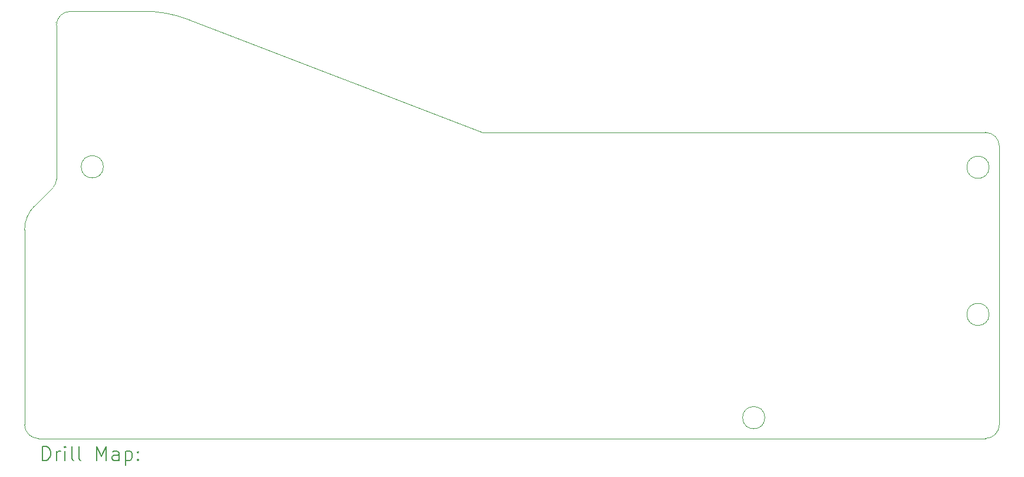
<source format=gbr>
%TF.GenerationSoftware,KiCad,Pcbnew,8.0.1*%
%TF.CreationDate,2024-08-17T14:40:10+02:00*%
%TF.ProjectId,robal_power_board,726f6261-6c5f-4706-9f77-65725f626f61,rev?*%
%TF.SameCoordinates,Original*%
%TF.FileFunction,Drillmap*%
%TF.FilePolarity,Positive*%
%FSLAX45Y45*%
G04 Gerber Fmt 4.5, Leading zero omitted, Abs format (unit mm)*
G04 Created by KiCad (PCBNEW 8.0.1) date 2024-08-17 14:40:10*
%MOMM*%
%LPD*%
G01*
G04 APERTURE LIST*
%ADD10C,0.050000*%
%ADD11C,0.200000*%
G04 APERTURE END LIST*
D10*
X20380600Y-9322200D02*
G75*
G02*
X20060600Y-9322200I-160000J0D01*
G01*
X20060600Y-9322200D02*
G75*
G02*
X20380600Y-9322200I160000J0D01*
G01*
X20527800Y-10905585D02*
G75*
G02*
X20327800Y-11106151I-200000J-565D01*
G01*
X7660000Y-7200000D02*
G75*
G02*
X7340000Y-7200000I-160000J0D01*
G01*
X7340000Y-7200000D02*
G75*
G02*
X7660000Y-7200000I160000J0D01*
G01*
X6527800Y-8106150D02*
G75*
G02*
X6669284Y-7764791I482540J0D01*
G01*
X7184591Y-4965700D02*
X8225000Y-4965655D01*
X20527800Y-10905585D02*
X20527800Y-6905585D01*
X13106400Y-6705600D02*
X20327800Y-6705585D01*
X17160000Y-10807200D02*
G75*
G02*
X16840000Y-10807200I-160000J0D01*
G01*
X16840000Y-10807200D02*
G75*
G02*
X17160000Y-10807200I160000J0D01*
G01*
X20327800Y-11106151D02*
X6727800Y-11106151D01*
X6984591Y-5165700D02*
X6984591Y-7378639D01*
X6984780Y-7378639D02*
G75*
G02*
X6939726Y-7494621I-171810J-1D01*
G01*
X8225000Y-4965655D02*
G75*
G02*
X8905288Y-5092944I30970J-1716015D01*
G01*
X6984591Y-5165700D02*
G75*
G02*
X7184591Y-4965701I199999J0D01*
G01*
X20380600Y-7207200D02*
G75*
G02*
X20060600Y-7207200I-160000J0D01*
G01*
X20060600Y-7207200D02*
G75*
G02*
X20380600Y-7207200I160000J0D01*
G01*
X6527800Y-10906150D02*
X6527800Y-8106150D01*
X6975000Y-5125000D02*
X6975000Y-5125000D01*
X13106400Y-6705600D02*
X8905288Y-5092944D01*
X20327800Y-6705585D02*
G75*
G02*
X20527795Y-6905585I0J-199995D01*
G01*
X6669285Y-7764792D02*
X6939725Y-7494620D01*
X6727800Y-11106151D02*
G75*
G02*
X6527799Y-10906150I0J200001D01*
G01*
D11*
X6786077Y-11420134D02*
X6786077Y-11220134D01*
X6786077Y-11220134D02*
X6833696Y-11220134D01*
X6833696Y-11220134D02*
X6862267Y-11229658D01*
X6862267Y-11229658D02*
X6881315Y-11248706D01*
X6881315Y-11248706D02*
X6890839Y-11267753D01*
X6890839Y-11267753D02*
X6900362Y-11305849D01*
X6900362Y-11305849D02*
X6900362Y-11334420D01*
X6900362Y-11334420D02*
X6890839Y-11372515D01*
X6890839Y-11372515D02*
X6881315Y-11391563D01*
X6881315Y-11391563D02*
X6862267Y-11410611D01*
X6862267Y-11410611D02*
X6833696Y-11420134D01*
X6833696Y-11420134D02*
X6786077Y-11420134D01*
X6986077Y-11420134D02*
X6986077Y-11286801D01*
X6986077Y-11324896D02*
X6995601Y-11305849D01*
X6995601Y-11305849D02*
X7005124Y-11296325D01*
X7005124Y-11296325D02*
X7024172Y-11286801D01*
X7024172Y-11286801D02*
X7043220Y-11286801D01*
X7109886Y-11420134D02*
X7109886Y-11286801D01*
X7109886Y-11220134D02*
X7100362Y-11229658D01*
X7100362Y-11229658D02*
X7109886Y-11239182D01*
X7109886Y-11239182D02*
X7119410Y-11229658D01*
X7119410Y-11229658D02*
X7109886Y-11220134D01*
X7109886Y-11220134D02*
X7109886Y-11239182D01*
X7233696Y-11420134D02*
X7214648Y-11410611D01*
X7214648Y-11410611D02*
X7205124Y-11391563D01*
X7205124Y-11391563D02*
X7205124Y-11220134D01*
X7338458Y-11420134D02*
X7319410Y-11410611D01*
X7319410Y-11410611D02*
X7309886Y-11391563D01*
X7309886Y-11391563D02*
X7309886Y-11220134D01*
X7567029Y-11420134D02*
X7567029Y-11220134D01*
X7567029Y-11220134D02*
X7633696Y-11362992D01*
X7633696Y-11362992D02*
X7700362Y-11220134D01*
X7700362Y-11220134D02*
X7700362Y-11420134D01*
X7881315Y-11420134D02*
X7881315Y-11315373D01*
X7881315Y-11315373D02*
X7871791Y-11296325D01*
X7871791Y-11296325D02*
X7852743Y-11286801D01*
X7852743Y-11286801D02*
X7814648Y-11286801D01*
X7814648Y-11286801D02*
X7795601Y-11296325D01*
X7881315Y-11410611D02*
X7862267Y-11420134D01*
X7862267Y-11420134D02*
X7814648Y-11420134D01*
X7814648Y-11420134D02*
X7795601Y-11410611D01*
X7795601Y-11410611D02*
X7786077Y-11391563D01*
X7786077Y-11391563D02*
X7786077Y-11372515D01*
X7786077Y-11372515D02*
X7795601Y-11353468D01*
X7795601Y-11353468D02*
X7814648Y-11343944D01*
X7814648Y-11343944D02*
X7862267Y-11343944D01*
X7862267Y-11343944D02*
X7881315Y-11334420D01*
X7976553Y-11286801D02*
X7976553Y-11486801D01*
X7976553Y-11296325D02*
X7995601Y-11286801D01*
X7995601Y-11286801D02*
X8033696Y-11286801D01*
X8033696Y-11286801D02*
X8052743Y-11296325D01*
X8052743Y-11296325D02*
X8062267Y-11305849D01*
X8062267Y-11305849D02*
X8071791Y-11324896D01*
X8071791Y-11324896D02*
X8071791Y-11382039D01*
X8071791Y-11382039D02*
X8062267Y-11401087D01*
X8062267Y-11401087D02*
X8052743Y-11410611D01*
X8052743Y-11410611D02*
X8033696Y-11420134D01*
X8033696Y-11420134D02*
X7995601Y-11420134D01*
X7995601Y-11420134D02*
X7976553Y-11410611D01*
X8157505Y-11401087D02*
X8167029Y-11410611D01*
X8167029Y-11410611D02*
X8157505Y-11420134D01*
X8157505Y-11420134D02*
X8147982Y-11410611D01*
X8147982Y-11410611D02*
X8157505Y-11401087D01*
X8157505Y-11401087D02*
X8157505Y-11420134D01*
X8157505Y-11296325D02*
X8167029Y-11305849D01*
X8167029Y-11305849D02*
X8157505Y-11315373D01*
X8157505Y-11315373D02*
X8147982Y-11305849D01*
X8147982Y-11305849D02*
X8157505Y-11296325D01*
X8157505Y-11296325D02*
X8157505Y-11315373D01*
M02*

</source>
